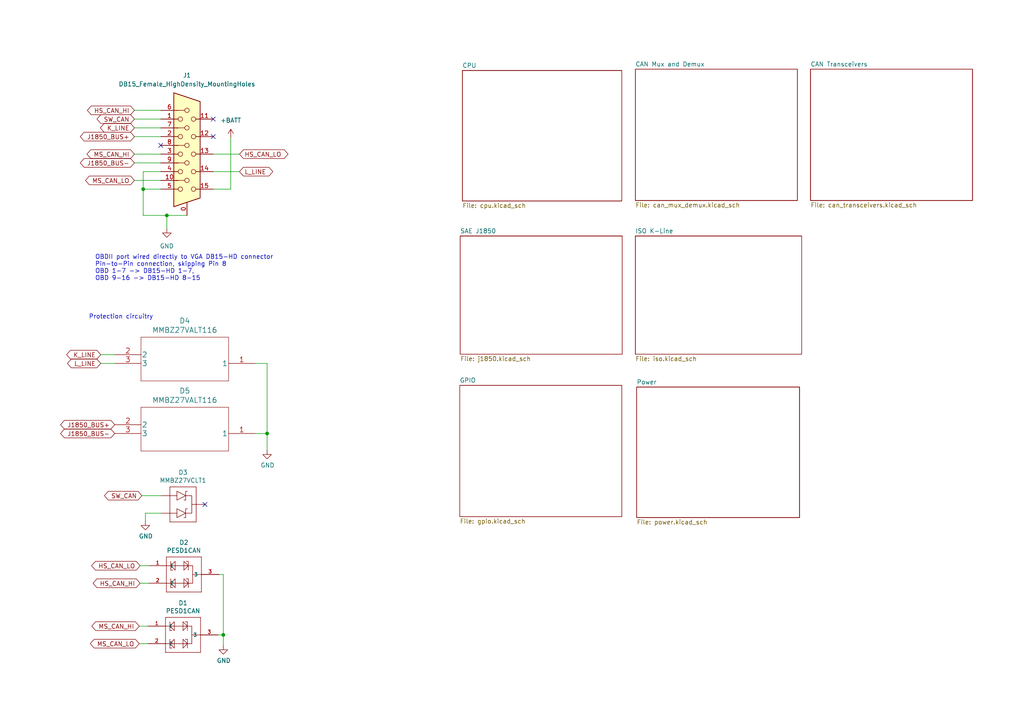
<source format=kicad_sch>
(kicad_sch (version 20211123) (generator eeschema)
  (paper "A4")
  (title_block (title "OBDII-Feather Interface") (date "2023-03-10") (rev "1.0") (company "Gavin Hurlbut"))
  (lib_symbols
    (symbol "Connector:DB15_Female_HighDensity_MountingHoles" (pin_names (offset 1.016) hide)
      (property "Reference" "J" (at 0 21.59 0))
      (property "Value" "DB15_Female_HighDensity_MountingHoles" (at 0 19.05 0))
      (symbol "DB15_Female_HighDensity_MountingHoles_0_1"
        (circle (center -1.905 -10.16) (radius 0.635))
        (circle (center -1.905 -5.08) (radius 0.635))
        (circle (center -1.905 0) (radius 0.635))
        (circle (center -1.905 5.08) (radius 0.635))
        (circle (center -1.905 10.16) (radius 0.635))
        (circle (center 0 -7.62) (radius 0.635))
        (circle (center 0 -2.54) (radius 0.635))
        (polyline (pts (xy -3.175 7.62) (xy -0.635 7.62)))
        (polyline (pts (xy -0.635 -7.62) (xy -3.175 -7.62)))
        (polyline (pts (xy -0.635 -2.54) (xy -3.175 -2.54)))
        (polyline (pts (xy -0.635 2.54) (xy -3.175 2.54)))
        (polyline (pts (xy -0.635 12.7) (xy -3.175 12.7)))
        (polyline (pts (xy -3.81 17.78) (xy -3.81 -15.24) (xy 3.81 -12.7) (xy 3.81 15.24) (xy -3.81 17.78)) (stroke (width 0.254)) (fill (type background)))
        (circle (center 0 2.54) (radius 0.635))
        (circle (center 0 7.62) (radius 0.635))
        (circle (center 0 12.7) (radius 0.635))
        (circle (center 1.905 -10.16) (radius 0.635))
        (circle (center 1.905 -5.08) (radius 0.635))
        (circle (center 1.905 0) (radius 0.635))
        (circle (center 1.905 5.08) (radius 0.635))
        (circle (center 1.905 10.16) (radius 0.635))
      )
      (symbol "DB15_Female_HighDensity_MountingHoles_1_1"
        (pin passive line (at 0 -17.78 90) (length 3.81) (name "~") (number "0"))
        (pin passive line (at -7.62 10.16 0) (length 5.08) (name "~") (number "1"))
        (pin passive line (at -7.62 -7.62 0) (length 5.08) (name "~") (number "10"))
        (pin passive line (at 7.62 10.16 180) (length 5.08) (name "~") (number "11"))
        (pin passive line (at 7.62 5.08 180) (length 5.08) (name "~") (number "12"))
        (pin passive line (at 7.62 0 180) (length 5.08) (name "~") (number "13"))
        (pin passive line (at 7.62 -5.08 180) (length 5.08) (name "~") (number "14"))
        (pin passive line (at 7.62 -10.16 180) (length 5.08) (name "~") (number "15"))
        (pin passive line (at -7.62 5.08 0) (length 5.08) (name "~") (number "2"))
        (pin passive line (at -7.62 0 0) (length 5.08) (name "~") (number "3"))
        (pin passive line (at -7.62 -5.08 0) (length 5.08) (name "~") (number "4"))
        (pin passive line (at -7.62 -10.16 0) (length 5.08) (name "~") (number "5"))
        (pin passive line (at -7.62 12.7 0) (length 5.08) (name "~") (number "6"))
        (pin passive line (at -7.62 7.62 0) (length 5.08) (name "~") (number "7"))
        (pin passive line (at -7.62 2.54 0) (length 5.08) (name "~") (number "8"))
        (pin passive line (at -7.62 -2.54 0) (length 5.08) (name "~") (number "9"))
      )
    )
    (symbol "SparkFun-DiscreteSemi:MMBZ27VCLT1" (pin_numbers hide) (pin_names (offset 1.016) hide)
      (property "Reference" "M" (at -20.32 10.6426 0))
      (property "Value" "MMBZ27VCLT1" (at -20.32 7.8486 0))
      (symbol "MMBZ27VCLT1_1_0"
        (polyline (pts (xy -5.08 -2.54) (xy -5.08 5.08)))
        (polyline (pts (xy -5.08 5.08) (xy 0 5.08)))
        (polyline (pts (xy -3.81 -0.508) (xy -2.54 -0.508)))
        (polyline (pts (xy -3.81 2.032) (xy -3.81 2.54)))
        (polyline (pts (xy -3.81 2.032) (xy -2.54 2.032)))
        (polyline (pts (xy -2.54 -2.54) (xy -5.08 -2.54)))
        (polyline (pts (xy -2.54 -2.54) (xy -2.54 -0.508)))
        (polyline (pts (xy -2.54 -0.508) (xy -1.27 -0.508)))
        (polyline (pts (xy -2.54 2.032) (xy -3.81 -0.508)))
        (polyline (pts (xy -2.54 2.032) (xy -2.54 3.81)))
        (polyline (pts (xy -2.54 2.032) (xy -1.27 2.032)))
        (polyline (pts (xy -2.54 3.81) (xy 0 3.81)))
        (polyline (pts (xy -1.27 -0.508) (xy -2.54 2.032)))
        (polyline (pts (xy -1.27 2.032) (xy -1.27 1.524)))
        (polyline (pts (xy 0 3.81) (xy 0 5.08)))
        (polyline (pts (xy 0 3.81) (xy 2.54 3.81)))
        (polyline (pts (xy 0 5.08) (xy 5.08 5.08)))
        (polyline (pts (xy 1.27 -0.508) (xy 2.54 -0.508)))
        (polyline (pts (xy 1.27 2.032) (xy 1.27 2.54)))
        (polyline (pts (xy 1.27 2.032) (xy 2.54 2.032)))
        (polyline (pts (xy 2.54 -2.54) (xy -2.54 -2.54)))
        (polyline (pts (xy 2.54 -2.54) (xy 2.54 -0.508)))
        (polyline (pts (xy 2.54 -0.508) (xy 3.81 -0.508)))
        (polyline (pts (xy 2.54 2.032) (xy 1.27 -0.508)))
        (polyline (pts (xy 2.54 2.032) (xy 3.81 2.032)))
        (polyline (pts (xy 2.54 3.81) (xy 2.54 2.032)))
        (polyline (pts (xy 3.81 -0.508) (xy 2.54 2.032)))
        (polyline (pts (xy 3.81 2.032) (xy 3.81 1.524)))
        (polyline (pts (xy 5.08 -2.54) (xy 2.54 -2.54)))
        (polyline (pts (xy 5.08 5.08) (xy 5.08 -2.54)))
      )
      (symbol "MMBZ27VCLT1_1_1"
        (pin passive line (at -2.54 -5.08 90) (length 2.54) (name "A1") (number "1"))
        (pin passive line (at 2.54 -5.08 90) (length 2.54) (name "A2") (number "2"))
        (pin passive line (at 0 7.62 270) (length 2.54) (name "C") (number "3"))
      )
    )
    (symbol "SparkFun-DiscreteSemi:PESD1CAN" (pin_names (offset 1.016))
      (property "Reference" "D" (at 0 11.43 0))
      (property "Value" "PESD1CAN" (at 0 -2.54 0))
      (symbol "PESD1CAN_1_0"
        (polyline (pts (xy 0 0) (xy 10.16 0)))
        (polyline (pts (xy 0 2.54) (xy 0 0)))
        (polyline (pts (xy 0 2.54) (xy 1.27 2.54)))
        (polyline (pts (xy 0 7.62) (xy 0 2.54)))
        (polyline (pts (xy 0 7.62) (xy 1.27 7.62)))
        (polyline (pts (xy 0 10.16) (xy 0 7.62)))
        (polyline (pts (xy 1.27 1.27) (xy 1.905 1.27)))
        (polyline (pts (xy 1.27 2.54) (xy 1.27 1.27)))
        (polyline (pts (xy 1.27 2.54) (xy 2.54 3.81)))
        (polyline (pts (xy 1.27 2.54) (xy 6.35 2.54)))
        (polyline (pts (xy 1.27 3.81) (xy 1.27 2.54)))
        (polyline (pts (xy 1.27 6.35) (xy 1.905 6.35)))
        (polyline (pts (xy 1.27 7.62) (xy 1.27 6.35)))
        (polyline (pts (xy 1.27 7.62) (xy 2.54 8.89)))
        (polyline (pts (xy 1.27 7.62) (xy 6.35 7.62)))
        (polyline (pts (xy 1.27 8.89) (xy 1.27 7.62)))
        (polyline (pts (xy 2.54 1.27) (xy 1.27 2.54)))
        (polyline (pts (xy 2.54 3.81) (xy 2.54 1.27)))
        (polyline (pts (xy 2.54 6.35) (xy 1.27 7.62)))
        (polyline (pts (xy 2.54 8.89) (xy 2.54 6.35)))
        (polyline (pts (xy 5.08 1.27) (xy 6.35 2.54)))
        (polyline (pts (xy 5.08 3.81) (xy 5.08 1.27)))
        (polyline (pts (xy 5.08 6.35) (xy 6.35 7.62)))
        (polyline (pts (xy 5.08 8.89) (xy 5.08 6.35)))
        (polyline (pts (xy 6.35 1.27) (xy 6.35 2.54)))
        (polyline (pts (xy 6.35 2.54) (xy 5.08 3.81)))
        (polyline (pts (xy 6.35 2.54) (xy 6.35 3.81)))
        (polyline (pts (xy 6.35 2.54) (xy 7.62 2.54)))
        (polyline (pts (xy 6.35 3.81) (xy 5.715 3.81)))
        (polyline (pts (xy 6.35 6.35) (xy 6.35 7.62)))
        (polyline (pts (xy 6.35 7.62) (xy 5.08 8.89)))
        (polyline (pts (xy 6.35 7.62) (xy 6.35 8.89)))
        (polyline (pts (xy 6.35 7.62) (xy 7.62 7.62)))
        (polyline (pts (xy 6.35 8.89) (xy 5.715 8.89)))
        (polyline (pts (xy 7.62 5.08) (xy 7.62 2.54)))
        (polyline (pts (xy 7.62 5.08) (xy 10.16 5.08)))
        (polyline (pts (xy 7.62 7.62) (xy 7.62 5.08)))
        (polyline (pts (xy 10.16 0) (xy 10.16 10.16)))
        (polyline (pts (xy 10.16 10.16) (xy 0 10.16)))
      )
      (symbol "PESD1CAN_1_1"
        (pin bidirectional line (at -5.08 7.62 0) (length 5.08) (name "1") (number "1"))
        (pin bidirectional line (at -5.08 2.54 0) (length 5.08) (name "2") (number "2"))
        (pin bidirectional line (at 15.24 5.08 180) (length 5.08) (name "3") (number "3"))
      )
    )
    (symbol "UltraLibrarian:MMBZ27VALT116" (pin_names (offset 0.254))
      (property "Reference" "R" (at 20.32 10.16 0))
      (property "Value" "MMBZ27VALT116" (at 20.32 7.62 0))
      (symbol "MMBZ27VALT116_1_1"
        (polyline (pts (xy 7.62 -7.62) (xy 33.02 -7.62)) (stroke (width 0.127)))
        (polyline (pts (xy 7.62 5.08) (xy 7.62 -7.62)) (stroke (width 0.127)))
        (polyline (pts (xy 33.02 -7.62) (xy 33.02 5.08)) (stroke (width 0.127)))
        (polyline (pts (xy 33.02 5.08) (xy 7.62 5.08)) (stroke (width 0.127)))
        (pin unspecified line (at 0 0 0) (length 7.62) (name "1") (number "1"))
        (pin unspecified line (at 40.64 -2.54 180) (length 7.62) (name "2") (number "2"))
        (pin unspecified line (at 40.64 0 180) (length 7.62) (name "3") (number "3"))
      )
    )
    (symbol "power:+BATT" (power) (pin_names (offset 0))
      (property "Value" "+BATT" (at 0 3.556 0))
      (symbol "+BATT_0_1"
        (polyline (pts (xy -0.762 1.27) (xy 0 2.54)))
        (polyline (pts (xy 0 0) (xy 0 2.54)))
        (polyline (pts (xy 0 2.54) (xy 0.762 1.27)))
      )
      (symbol "+BATT_1_1"
        (pin power_in line (at 0 0 90) (length 0) hide (name "+BATT") (number "1"))
      )
    )
    (symbol "power:GND" (power) (pin_names (offset 0))
      (property "Value" "GND" (at 0 -3.81 0))
      (symbol "GND_0_1"
        (polyline (pts (xy 0 0) (xy 0 -1.27) (xy 1.27 -1.27) (xy 0 -2.54) (xy -1.27 -1.27) (xy 0 -1.27)))
      )
      (symbol "GND_1_1"
        (pin power_in line (at 0 0 270) (length 0) hide (name "GND") (number "1"))
      )
    )
  )
  (junction (at 77.47 125.73))
  (junction (at 41.529 54.864))
  (junction (at 48.387 62.484))
  (junction (at 64.77 184.15))
  (no_connect (at 59.436 146.304))
  (no_connect (at 46.609 42.164))
  (no_connect (at 61.849 39.624))
  (no_connect (at 61.849 34.544))
  (wire (pts (xy 40.386 186.69) (xy 42.926 186.69)))
  (wire (pts (xy 38.989 47.244) (xy 46.609 47.244)))
  (wire (pts (xy 33.274 102.87) (xy 29.21 102.87)))
  (wire (pts (xy 77.47 105.41) (xy 73.914 105.41)))
  (wire (pts (xy 41.529 62.484) (xy 48.387 62.484)))
  (wire (pts (xy 40.64 169.164) (xy 43.18 169.164)))
  (wire (pts (xy 64.77 187.198) (xy 64.77 184.15)))
  (wire (pts (xy 41.529 49.784) (xy 46.609 49.784)))
  (wire (pts (xy 42.926 181.61) (xy 40.386 181.61)))
  (wire (pts (xy 61.849 44.704) (xy 69.469 44.704)))
  (wire (pts (xy 43.18 164.084) (xy 40.64 164.084)))
  (wire (pts (xy 38.989 39.624) (xy 46.609 39.624)))
  (wire (pts (xy 42.164 151.13) (xy 42.164 148.844)))
  (wire (pts (xy 64.77 166.624) (xy 64.77 184.15)))
  (wire (pts (xy 41.529 54.864) (xy 41.529 49.784)))
  (wire (pts (xy 61.849 49.784) (xy 69.469 49.784)))
  (wire (pts (xy 41.148 143.764) (xy 46.736 143.764)))
  (wire (pts (xy 64.77 184.15) (xy 63.246 184.15)))
  (wire (pts (xy 38.989 32.004) (xy 46.609 32.004)))
  (wire (pts (xy 41.529 54.864) (xy 46.609 54.864)))
  (wire (pts (xy 41.529 62.484) (xy 41.529 54.864)))
  (wire (pts (xy 77.47 125.73) (xy 77.47 105.41)))
  (wire (pts (xy 66.929 40.005) (xy 66.929 54.864)))
  (wire (pts (xy 38.989 44.704) (xy 46.609 44.704)))
  (wire (pts (xy 29.21 105.41) (xy 33.274 105.41)))
  (wire (pts (xy 63.5 166.624) (xy 64.77 166.624)))
  (wire (pts (xy 66.929 54.864) (xy 61.849 54.864)))
  (wire (pts (xy 38.989 52.324) (xy 46.609 52.324)))
  (wire (pts (xy 38.989 37.084) (xy 46.609 37.084)))
  (wire (pts (xy 48.387 62.484) (xy 54.229 62.484)))
  (wire (pts (xy 77.47 125.73) (xy 73.914 125.73)))
  (wire (pts (xy 42.164 148.844) (xy 46.736 148.844)))
  (wire (pts (xy 48.387 62.484) (xy 48.387 66.294)))
  (wire (pts (xy 38.989 34.544) (xy 46.609 34.544)))
  (wire (pts (xy 77.47 130.556) (xy 77.47 125.73)))
  (text "OBDII port wired directly to VGA DB15-HD connector\nPin-to-Pin connection, skipping Pin 8\nOBD 1-7 -> DB15-HD 1-7,  \nOBD 9-16 -> DB15-HD 8-15" (at 27.559 81.534 0) (effects (font (size 1.27 1.27)) (justify left bottom)))
  (text "Protection circuitry" (at 44.45 92.71 180) (effects (font (size 1.27 1.27)) (justify right bottom)))
  (global_label "J1850_BUS-" (shape bidirectional) (at 33.274 125.73 180) (property "Intersheet References" "${INTERSHEET_REFS}" (effects hide)))
  (global_label "J1850_BUS+" (shape bidirectional) (at 38.989 39.624 180) (property "Intersheet References" "${INTERSHEET_REFS}" (effects hide)))
  (global_label "MS_CAN_HI" (shape bidirectional) (at 40.386 181.61 180) (property "Intersheet References" "${INTERSHEET_REFS}" (effects hide)))
  (global_label "K_LINE" (shape bidirectional) (at 29.21 102.87 180) (property "Intersheet References" "${INTERSHEET_REFS}" (effects hide)))
  (global_label "L_LINE" (shape bidirectional) (at 29.21 105.41 180) (property "Intersheet References" "${INTERSHEET_REFS}" (effects hide)))
  (global_label "HS_CAN_HI" (shape bidirectional) (at 38.989 32.004 180) (property "Intersheet References" "${INTERSHEET_REFS}" (effects hide)))
  (global_label "HS_CAN_LO" (shape bidirectional) (at 69.469 44.704 0) (property "Intersheet References" "${INTERSHEET_REFS}" (effects hide)))
  (global_label "J1850_BUS-" (shape bidirectional) (at 38.989 47.244 180) (property "Intersheet References" "${INTERSHEET_REFS}" (effects hide)))
  (global_label "J1850_BUS+" (shape bidirectional) (at 33.274 123.19 180) (property "Intersheet References" "${INTERSHEET_REFS}" (effects hide)))
  (global_label "MS_CAN_LO" (shape bidirectional) (at 40.386 186.69 180) (property "Intersheet References" "${INTERSHEET_REFS}" (effects hide)))
  (global_label "SW_CAN" (shape bidirectional) (at 41.148 143.764 180) (property "Intersheet References" "${INTERSHEET_REFS}" (effects hide)))
  (global_label "SW_CAN" (shape bidirectional) (at 38.989 34.544 180) (property "Intersheet References" "${INTERSHEET_REFS}" (effects hide)))
  (global_label "L_LINE" (shape bidirectional) (at 69.469 49.784 0) (property "Intersheet References" "${INTERSHEET_REFS}" (effects hide)))
  (global_label "HS_CAN_HI" (shape bidirectional) (at 40.64 169.164 180) (property "Intersheet References" "${INTERSHEET_REFS}" (effects hide)))
  (global_label "HS_CAN_LO" (shape bidirectional) (at 40.64 164.084 180) (property "Intersheet References" "${INTERSHEET_REFS}" (effects hide)))
  (global_label "MS_CAN_HI" (shape bidirectional) (at 38.989 44.704 180) (property "Intersheet References" "${INTERSHEET_REFS}" (effects hide)))
  (global_label "MS_CAN_LO" (shape bidirectional) (at 38.989 52.324 180) (property "Intersheet References" "${INTERSHEET_REFS}" (effects hide)))
  (global_label "K_LINE" (shape bidirectional) (at 38.989 37.084 180) (property "Intersheet References" "${INTERSHEET_REFS}" (effects hide)))
  (symbol (lib_id "UltraLibrarian:MMBZ27VALT116") (at 73.914 125.73 180) (unit 1)
    (property "Reference" "D5" (at 53.594 113.3602 0) (effects (font (size 1.524 1.524))))
    (property "Value" "MMBZ27VALT116" (at 53.594 116.0526 0) (effects (font (size 1.524 1.524))))
    (property "Footprint" "SparkFun-Silicon-Standard:SOT23-3" (effects hide))
    (property "Digikey" "MMBZ27VALT116CT-ND" (effects hide))
  )
  (symbol (lib_id "power:+BATT") (at 66.929 40.005 0) (unit 1)
    (property "Reference" "#PWR04" (effects hide))
    (property "Value" "+BATT" (at 66.929 34.925 0))
  )
  (symbol (lib_id "Connector:DB15_Female_HighDensity_MountingHoles") (at 54.229 44.704 0) (unit 1)
    (property "Reference" "J1" (at 54.229 21.844 0))
    (property "Value" "DB15_Female_HighDensity_MountingHoles" (at 54.229 24.384 0))
    (property "Footprint" "Connector_Dsub:DSUB-15-HD_Female_Horizontal_P2.29x1.98mm_EdgePinOffset8.35mm_Housed_MountingHolesOffset10.89mm" (effects hide))
    (property "Datasheet" " ~" (effects hide))
    (property "Digikey" "L77HDE15SD1CH4FVGA-ND" (effects hide))
  )
  (symbol (lib_id "power:GND") (at 48.387 66.294 0) (unit 1)
    (property "Reference" "#PWR02" (effects hide))
    (property "Value" "GND" (at 48.387 71.374 0))
  )
  (symbol (lib_id "UltraLibrarian:MMBZ27VALT116") (at 73.914 105.41 180) (unit 1)
    (property "Reference" "D4" (at 53.594 93.0402 0) (effects (font (size 1.524 1.524))))
    (property "Value" "MMBZ27VALT116" (at 53.594 95.7326 0) (effects (font (size 1.524 1.524))))
    (property "Footprint" "SparkFun-Silicon-Standard:SOT23-3" (effects hide))
    (property "Digikey" "MMBZ27VALT116CT-ND" (effects hide))
  )
  (symbol (lib_id "power:GND") (at 77.47 130.556 0) (unit 1)
    (property "Reference" "#PWR05" (effects hide))
    (property "Value" "GND" (at 77.597 134.9502 0))
  )
  (symbol (lib_id "SparkFun-DiscreteSemi:PESD1CAN") (at 48.26 171.704 0) (unit 1)
    (property "Reference" "D2" (at 53.34 157.353 0))
    (property "Value" "PESD1CAN" (at 53.34 159.6644 0))
    (property "Footprint" "SparkFun-Silicon-Standard:SOT23-3" (effects hide))
    (property "Digikey" "1727-3817-1-ND" (effects hide))
  )
  (symbol (lib_id "SparkFun-DiscreteSemi:MMBZ27VCLT1") (at 51.816 146.304 270) (unit 1)
    (property "Reference" "D3" (at 53.086 137.033 90))
    (property "Value" "MMBZ27VCLT1" (at 53.086 139.3444 90))
    (property "Footprint" "SparkFun-Silicon-Standard:SOT23-3" (effects hide))
    (property "Digikey" "MMBZ27VCL-FDICT-ND" (effects hide))
  )
  (symbol (lib_id "SparkFun-DiscreteSemi:PESD1CAN") (at 48.006 189.23 0) (unit 1)
    (property "Reference" "D1" (at 53.086 174.879 0))
    (property "Value" "PESD1CAN" (at 53.086 177.1904 0))
    (property "Footprint" "SparkFun-Silicon-Standard:SOT23-3" (effects hide))
    (property "Digikey" "1727-3817-1-ND" (effects hide))
  )
  (symbol (lib_id "power:GND") (at 42.164 151.13 0) (unit 1)
    (property "Reference" "#PWR01" (effects hide))
    (property "Value" "GND" (at 42.291 155.5242 0))
  )
  (symbol (lib_id "power:GND") (at 64.77 187.198 0) (unit 1)
    (property "Reference" "#PWR03" (effects hide))
    (property "Value" "GND" (at 64.897 191.5922 0))
  )
  (sheet (at 184.277 20.066) (size 46.99 38.1) (stroke (width 0.1524))
    (property "Sheet name" "CAN Mux and Demux" (at 184.277 19.3544 0) (effects (justify left bottom)))
    (property "Sheet file" "can_mux_demux.kicad_sch" (at 184.277 58.7506 0) (effects (justify left top)))
  )
  (sheet (at 184.658 112.268) (size 47.244 37.846) (stroke (width 0.1524))
    (property "Sheet name" "Power" (at 184.658 111.5564 0) (effects (justify left bottom)))
    (property "Sheet file" "power.kicad_sch" (at 184.658 150.6986 0) (effects (justify left top)))
  )
  (sheet (at 133.35 111.76) (size 46.99 38.1) (stroke (width 0.1524))
    (property "Sheet name" "GPIO" (at 133.35 111.0484 0) (effects (justify left bottom)))
    (property "Sheet file" "gpio.kicad_sch" (at 133.35 150.4446 0) (effects (justify left top)))
  )
  (sheet (at 133.477 68.453) (size 46.99 34.29) (stroke (width 0.1524))
    (property "Sheet name" "SAE J1850" (at 133.477 67.7414 0) (effects (justify left bottom)))
    (property "Sheet file" "j1850.kicad_sch" (at 133.477 103.3276 0) (effects (justify left top)))
  )
  (sheet (at 235.077 20.066) (size 46.99 38.1) (stroke (width 0.1524))
    (property "Sheet name" "CAN Transceivers" (at 235.077 19.3544 0) (effects (justify left bottom)))
    (property "Sheet file" "can_transceivers.kicad_sch" (at 235.077 58.7506 0) (effects (justify left top)))
  )
  (sheet (at 134.112 20.447) (size 46.228 37.846) (stroke (width 0.1524))
    (property "Sheet name" "CPU" (at 134.112 19.7354 0) (effects (justify left bottom)))
    (property "Sheet file" "cpu.kicad_sch" (at 134.112 58.8776 0) (effects (justify left top)))
  )
  (sheet (at 184.277 68.453) (size 48.26 34.29) (stroke (width 0.1524))
    (property "Sheet name" "ISO K-Line" (at 184.277 67.7414 0) (effects (justify left bottom)))
    (property "Sheet file" "iso.kicad_sch" (at 184.277 103.3276 0) (effects (justify left top)))
  )
)
</source>
